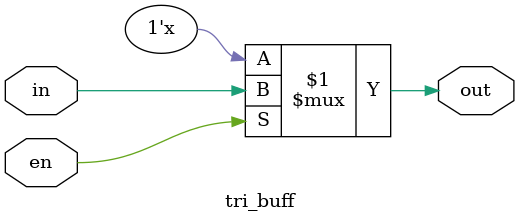
<source format=sv>
module tri_buff (
    input in,
    input en,
    output out
);

bufif1(out,in,en);

endmodule





</source>
